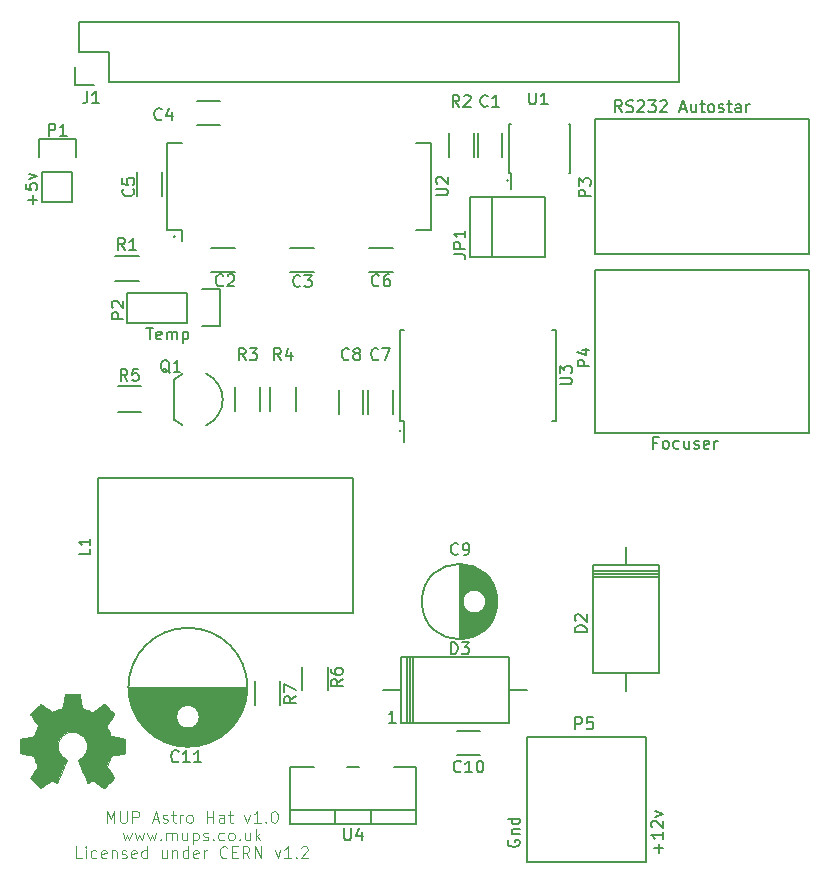
<source format=gto>
G04 #@! TF.FileFunction,Legend,Top*
%FSLAX46Y46*%
G04 Gerber Fmt 4.6, Leading zero omitted, Abs format (unit mm)*
G04 Created by KiCad (PCBNEW 4.0.2+dfsg1-2~bpo8+1-stable) date Mon 31 Oct 2016 00:56:32 GMT*
%MOMM*%
G01*
G04 APERTURE LIST*
%ADD10C,0.100000*%
%ADD11C,0.150000*%
%ADD12C,0.002540*%
G04 APERTURE END LIST*
D10*
D11*
X161580000Y-125342857D02*
X161532381Y-125438095D01*
X161532381Y-125580952D01*
X161580000Y-125723810D01*
X161675238Y-125819048D01*
X161770476Y-125866667D01*
X161960952Y-125914286D01*
X162103810Y-125914286D01*
X162294286Y-125866667D01*
X162389524Y-125819048D01*
X162484762Y-125723810D01*
X162532381Y-125580952D01*
X162532381Y-125485714D01*
X162484762Y-125342857D01*
X162437143Y-125295238D01*
X162103810Y-125295238D01*
X162103810Y-125485714D01*
X161865714Y-124866667D02*
X162532381Y-124866667D01*
X161960952Y-124866667D02*
X161913333Y-124819048D01*
X161865714Y-124723810D01*
X161865714Y-124580952D01*
X161913333Y-124485714D01*
X162008571Y-124438095D01*
X162532381Y-124438095D01*
X162532381Y-123533333D02*
X161532381Y-123533333D01*
X162484762Y-123533333D02*
X162532381Y-123628571D01*
X162532381Y-123819048D01*
X162484762Y-123914286D01*
X162437143Y-123961905D01*
X162341905Y-124009524D01*
X162056190Y-124009524D01*
X161960952Y-123961905D01*
X161913333Y-123914286D01*
X161865714Y-123819048D01*
X161865714Y-123628571D01*
X161913333Y-123533333D01*
X174301429Y-126414286D02*
X174301429Y-125652381D01*
X174682381Y-126033333D02*
X173920476Y-126033333D01*
X174682381Y-124652381D02*
X174682381Y-125223810D01*
X174682381Y-124938096D02*
X173682381Y-124938096D01*
X173825238Y-125033334D01*
X173920476Y-125128572D01*
X173968095Y-125223810D01*
X173777619Y-124271429D02*
X173730000Y-124223810D01*
X173682381Y-124128572D01*
X173682381Y-123890476D01*
X173730000Y-123795238D01*
X173777619Y-123747619D01*
X173872857Y-123700000D01*
X173968095Y-123700000D01*
X174110952Y-123747619D01*
X174682381Y-124319048D01*
X174682381Y-123700000D01*
X174015714Y-123366667D02*
X174682381Y-123128572D01*
X174015714Y-122890476D01*
X130916667Y-81952381D02*
X131488096Y-81952381D01*
X131202381Y-82952381D02*
X131202381Y-81952381D01*
X132202382Y-82904762D02*
X132107144Y-82952381D01*
X131916667Y-82952381D01*
X131821429Y-82904762D01*
X131773810Y-82809524D01*
X131773810Y-82428571D01*
X131821429Y-82333333D01*
X131916667Y-82285714D01*
X132107144Y-82285714D01*
X132202382Y-82333333D01*
X132250001Y-82428571D01*
X132250001Y-82523810D01*
X131773810Y-82619048D01*
X132678572Y-82952381D02*
X132678572Y-82285714D01*
X132678572Y-82380952D02*
X132726191Y-82333333D01*
X132821429Y-82285714D01*
X132964287Y-82285714D01*
X133059525Y-82333333D01*
X133107144Y-82428571D01*
X133107144Y-82952381D01*
X133107144Y-82428571D02*
X133154763Y-82333333D01*
X133250001Y-82285714D01*
X133392858Y-82285714D01*
X133488096Y-82333333D01*
X133535715Y-82428571D01*
X133535715Y-82952381D01*
X134011905Y-82285714D02*
X134011905Y-83285714D01*
X134011905Y-82333333D02*
X134107143Y-82285714D01*
X134297620Y-82285714D01*
X134392858Y-82333333D01*
X134440477Y-82380952D01*
X134488096Y-82476190D01*
X134488096Y-82761905D01*
X134440477Y-82857143D01*
X134392858Y-82904762D01*
X134297620Y-82952381D01*
X134107143Y-82952381D01*
X134011905Y-82904762D01*
X121321429Y-71488095D02*
X121321429Y-70726190D01*
X121702381Y-71107142D02*
X120940476Y-71107142D01*
X120702381Y-69773809D02*
X120702381Y-70250000D01*
X121178571Y-70297619D01*
X121130952Y-70250000D01*
X121083333Y-70154762D01*
X121083333Y-69916666D01*
X121130952Y-69821428D01*
X121178571Y-69773809D01*
X121273810Y-69726190D01*
X121511905Y-69726190D01*
X121607143Y-69773809D01*
X121654762Y-69821428D01*
X121702381Y-69916666D01*
X121702381Y-70154762D01*
X121654762Y-70250000D01*
X121607143Y-70297619D01*
X121035714Y-69392857D02*
X121702381Y-69154762D01*
X121035714Y-68916666D01*
X171202380Y-63702381D02*
X170869046Y-63226190D01*
X170630951Y-63702381D02*
X170630951Y-62702381D01*
X171011904Y-62702381D01*
X171107142Y-62750000D01*
X171154761Y-62797619D01*
X171202380Y-62892857D01*
X171202380Y-63035714D01*
X171154761Y-63130952D01*
X171107142Y-63178571D01*
X171011904Y-63226190D01*
X170630951Y-63226190D01*
X171583332Y-63654762D02*
X171726189Y-63702381D01*
X171964285Y-63702381D01*
X172059523Y-63654762D01*
X172107142Y-63607143D01*
X172154761Y-63511905D01*
X172154761Y-63416667D01*
X172107142Y-63321429D01*
X172059523Y-63273810D01*
X171964285Y-63226190D01*
X171773808Y-63178571D01*
X171678570Y-63130952D01*
X171630951Y-63083333D01*
X171583332Y-62988095D01*
X171583332Y-62892857D01*
X171630951Y-62797619D01*
X171678570Y-62750000D01*
X171773808Y-62702381D01*
X172011904Y-62702381D01*
X172154761Y-62750000D01*
X172535713Y-62797619D02*
X172583332Y-62750000D01*
X172678570Y-62702381D01*
X172916666Y-62702381D01*
X173011904Y-62750000D01*
X173059523Y-62797619D01*
X173107142Y-62892857D01*
X173107142Y-62988095D01*
X173059523Y-63130952D01*
X172488094Y-63702381D01*
X173107142Y-63702381D01*
X173440475Y-62702381D02*
X174059523Y-62702381D01*
X173726189Y-63083333D01*
X173869047Y-63083333D01*
X173964285Y-63130952D01*
X174011904Y-63178571D01*
X174059523Y-63273810D01*
X174059523Y-63511905D01*
X174011904Y-63607143D01*
X173964285Y-63654762D01*
X173869047Y-63702381D01*
X173583332Y-63702381D01*
X173488094Y-63654762D01*
X173440475Y-63607143D01*
X174440475Y-62797619D02*
X174488094Y-62750000D01*
X174583332Y-62702381D01*
X174821428Y-62702381D01*
X174916666Y-62750000D01*
X174964285Y-62797619D01*
X175011904Y-62892857D01*
X175011904Y-62988095D01*
X174964285Y-63130952D01*
X174392856Y-63702381D01*
X175011904Y-63702381D01*
X176154761Y-63416667D02*
X176630952Y-63416667D01*
X176059523Y-63702381D02*
X176392856Y-62702381D01*
X176726190Y-63702381D01*
X177488095Y-63035714D02*
X177488095Y-63702381D01*
X177059523Y-63035714D02*
X177059523Y-63559524D01*
X177107142Y-63654762D01*
X177202380Y-63702381D01*
X177345238Y-63702381D01*
X177440476Y-63654762D01*
X177488095Y-63607143D01*
X177821428Y-63035714D02*
X178202380Y-63035714D01*
X177964285Y-62702381D02*
X177964285Y-63559524D01*
X178011904Y-63654762D01*
X178107142Y-63702381D01*
X178202380Y-63702381D01*
X178678571Y-63702381D02*
X178583333Y-63654762D01*
X178535714Y-63607143D01*
X178488095Y-63511905D01*
X178488095Y-63226190D01*
X178535714Y-63130952D01*
X178583333Y-63083333D01*
X178678571Y-63035714D01*
X178821429Y-63035714D01*
X178916667Y-63083333D01*
X178964286Y-63130952D01*
X179011905Y-63226190D01*
X179011905Y-63511905D01*
X178964286Y-63607143D01*
X178916667Y-63654762D01*
X178821429Y-63702381D01*
X178678571Y-63702381D01*
X179392857Y-63654762D02*
X179488095Y-63702381D01*
X179678571Y-63702381D01*
X179773810Y-63654762D01*
X179821429Y-63559524D01*
X179821429Y-63511905D01*
X179773810Y-63416667D01*
X179678571Y-63369048D01*
X179535714Y-63369048D01*
X179440476Y-63321429D01*
X179392857Y-63226190D01*
X179392857Y-63178571D01*
X179440476Y-63083333D01*
X179535714Y-63035714D01*
X179678571Y-63035714D01*
X179773810Y-63083333D01*
X180107143Y-63035714D02*
X180488095Y-63035714D01*
X180250000Y-62702381D02*
X180250000Y-63559524D01*
X180297619Y-63654762D01*
X180392857Y-63702381D01*
X180488095Y-63702381D01*
X181250001Y-63702381D02*
X181250001Y-63178571D01*
X181202382Y-63083333D01*
X181107144Y-63035714D01*
X180916667Y-63035714D01*
X180821429Y-63083333D01*
X181250001Y-63654762D02*
X181154763Y-63702381D01*
X180916667Y-63702381D01*
X180821429Y-63654762D01*
X180773810Y-63559524D01*
X180773810Y-63464286D01*
X180821429Y-63369048D01*
X180916667Y-63321429D01*
X181154763Y-63321429D01*
X181250001Y-63273810D01*
X181726191Y-63702381D02*
X181726191Y-63035714D01*
X181726191Y-63226190D02*
X181773810Y-63130952D01*
X181821429Y-63083333D01*
X181916667Y-63035714D01*
X182011906Y-63035714D01*
X174166667Y-91678571D02*
X173833333Y-91678571D01*
X173833333Y-92202381D02*
X173833333Y-91202381D01*
X174309524Y-91202381D01*
X174833333Y-92202381D02*
X174738095Y-92154762D01*
X174690476Y-92107143D01*
X174642857Y-92011905D01*
X174642857Y-91726190D01*
X174690476Y-91630952D01*
X174738095Y-91583333D01*
X174833333Y-91535714D01*
X174976191Y-91535714D01*
X175071429Y-91583333D01*
X175119048Y-91630952D01*
X175166667Y-91726190D01*
X175166667Y-92011905D01*
X175119048Y-92107143D01*
X175071429Y-92154762D01*
X174976191Y-92202381D01*
X174833333Y-92202381D01*
X176023810Y-92154762D02*
X175928572Y-92202381D01*
X175738095Y-92202381D01*
X175642857Y-92154762D01*
X175595238Y-92107143D01*
X175547619Y-92011905D01*
X175547619Y-91726190D01*
X175595238Y-91630952D01*
X175642857Y-91583333D01*
X175738095Y-91535714D01*
X175928572Y-91535714D01*
X176023810Y-91583333D01*
X176880953Y-91535714D02*
X176880953Y-92202381D01*
X176452381Y-91535714D02*
X176452381Y-92059524D01*
X176500000Y-92154762D01*
X176595238Y-92202381D01*
X176738096Y-92202381D01*
X176833334Y-92154762D01*
X176880953Y-92107143D01*
X177309524Y-92154762D02*
X177404762Y-92202381D01*
X177595238Y-92202381D01*
X177690477Y-92154762D01*
X177738096Y-92059524D01*
X177738096Y-92011905D01*
X177690477Y-91916667D01*
X177595238Y-91869048D01*
X177452381Y-91869048D01*
X177357143Y-91821429D01*
X177309524Y-91726190D01*
X177309524Y-91678571D01*
X177357143Y-91583333D01*
X177452381Y-91535714D01*
X177595238Y-91535714D01*
X177690477Y-91583333D01*
X178547620Y-92154762D02*
X178452382Y-92202381D01*
X178261905Y-92202381D01*
X178166667Y-92154762D01*
X178119048Y-92059524D01*
X178119048Y-91678571D01*
X178166667Y-91583333D01*
X178261905Y-91535714D01*
X178452382Y-91535714D01*
X178547620Y-91583333D01*
X178595239Y-91678571D01*
X178595239Y-91773810D01*
X178119048Y-91869048D01*
X179023810Y-92202381D02*
X179023810Y-91535714D01*
X179023810Y-91726190D02*
X179071429Y-91630952D01*
X179119048Y-91583333D01*
X179214286Y-91535714D01*
X179309525Y-91535714D01*
D10*
X127565713Y-123872381D02*
X127565713Y-122872381D01*
X127899047Y-123586667D01*
X128232380Y-122872381D01*
X128232380Y-123872381D01*
X128708570Y-122872381D02*
X128708570Y-123681905D01*
X128756189Y-123777143D01*
X128803808Y-123824762D01*
X128899046Y-123872381D01*
X129089523Y-123872381D01*
X129184761Y-123824762D01*
X129232380Y-123777143D01*
X129279999Y-123681905D01*
X129279999Y-122872381D01*
X129756189Y-123872381D02*
X129756189Y-122872381D01*
X130137142Y-122872381D01*
X130232380Y-122920000D01*
X130279999Y-122967619D01*
X130327618Y-123062857D01*
X130327618Y-123205714D01*
X130279999Y-123300952D01*
X130232380Y-123348571D01*
X130137142Y-123396190D01*
X129756189Y-123396190D01*
X131470475Y-123586667D02*
X131946666Y-123586667D01*
X131375237Y-123872381D02*
X131708570Y-122872381D01*
X132041904Y-123872381D01*
X132327618Y-123824762D02*
X132422856Y-123872381D01*
X132613332Y-123872381D01*
X132708571Y-123824762D01*
X132756190Y-123729524D01*
X132756190Y-123681905D01*
X132708571Y-123586667D01*
X132613332Y-123539048D01*
X132470475Y-123539048D01*
X132375237Y-123491429D01*
X132327618Y-123396190D01*
X132327618Y-123348571D01*
X132375237Y-123253333D01*
X132470475Y-123205714D01*
X132613332Y-123205714D01*
X132708571Y-123253333D01*
X133041904Y-123205714D02*
X133422856Y-123205714D01*
X133184761Y-122872381D02*
X133184761Y-123729524D01*
X133232380Y-123824762D01*
X133327618Y-123872381D01*
X133422856Y-123872381D01*
X133756190Y-123872381D02*
X133756190Y-123205714D01*
X133756190Y-123396190D02*
X133803809Y-123300952D01*
X133851428Y-123253333D01*
X133946666Y-123205714D01*
X134041905Y-123205714D01*
X134518095Y-123872381D02*
X134422857Y-123824762D01*
X134375238Y-123777143D01*
X134327619Y-123681905D01*
X134327619Y-123396190D01*
X134375238Y-123300952D01*
X134422857Y-123253333D01*
X134518095Y-123205714D01*
X134660953Y-123205714D01*
X134756191Y-123253333D01*
X134803810Y-123300952D01*
X134851429Y-123396190D01*
X134851429Y-123681905D01*
X134803810Y-123777143D01*
X134756191Y-123824762D01*
X134660953Y-123872381D01*
X134518095Y-123872381D01*
X136041905Y-123872381D02*
X136041905Y-122872381D01*
X136041905Y-123348571D02*
X136613334Y-123348571D01*
X136613334Y-123872381D02*
X136613334Y-122872381D01*
X137518096Y-123872381D02*
X137518096Y-123348571D01*
X137470477Y-123253333D01*
X137375239Y-123205714D01*
X137184762Y-123205714D01*
X137089524Y-123253333D01*
X137518096Y-123824762D02*
X137422858Y-123872381D01*
X137184762Y-123872381D01*
X137089524Y-123824762D01*
X137041905Y-123729524D01*
X137041905Y-123634286D01*
X137089524Y-123539048D01*
X137184762Y-123491429D01*
X137422858Y-123491429D01*
X137518096Y-123443810D01*
X137851429Y-123205714D02*
X138232381Y-123205714D01*
X137994286Y-122872381D02*
X137994286Y-123729524D01*
X138041905Y-123824762D01*
X138137143Y-123872381D01*
X138232381Y-123872381D01*
X139232382Y-123205714D02*
X139470477Y-123872381D01*
X139708573Y-123205714D01*
X140613335Y-123872381D02*
X140041906Y-123872381D01*
X140327620Y-123872381D02*
X140327620Y-122872381D01*
X140232382Y-123015238D01*
X140137144Y-123110476D01*
X140041906Y-123158095D01*
X141041906Y-123777143D02*
X141089525Y-123824762D01*
X141041906Y-123872381D01*
X140994287Y-123824762D01*
X141041906Y-123777143D01*
X141041906Y-123872381D01*
X141708572Y-122872381D02*
X141803811Y-122872381D01*
X141899049Y-122920000D01*
X141946668Y-122967619D01*
X141994287Y-123062857D01*
X142041906Y-123253333D01*
X142041906Y-123491429D01*
X141994287Y-123681905D01*
X141946668Y-123777143D01*
X141899049Y-123824762D01*
X141803811Y-123872381D01*
X141708572Y-123872381D01*
X141613334Y-123824762D01*
X141565715Y-123777143D01*
X141518096Y-123681905D01*
X141470477Y-123491429D01*
X141470477Y-123253333D01*
X141518096Y-123062857D01*
X141565715Y-122967619D01*
X141613334Y-122920000D01*
X141708572Y-122872381D01*
X128922858Y-124705714D02*
X129113334Y-125372381D01*
X129303811Y-124896190D01*
X129494287Y-125372381D01*
X129684763Y-124705714D01*
X129970477Y-124705714D02*
X130160953Y-125372381D01*
X130351430Y-124896190D01*
X130541906Y-125372381D01*
X130732382Y-124705714D01*
X131018096Y-124705714D02*
X131208572Y-125372381D01*
X131399049Y-124896190D01*
X131589525Y-125372381D01*
X131780001Y-124705714D01*
X132160953Y-125277143D02*
X132208572Y-125324762D01*
X132160953Y-125372381D01*
X132113334Y-125324762D01*
X132160953Y-125277143D01*
X132160953Y-125372381D01*
X132637143Y-125372381D02*
X132637143Y-124705714D01*
X132637143Y-124800952D02*
X132684762Y-124753333D01*
X132780000Y-124705714D01*
X132922858Y-124705714D01*
X133018096Y-124753333D01*
X133065715Y-124848571D01*
X133065715Y-125372381D01*
X133065715Y-124848571D02*
X133113334Y-124753333D01*
X133208572Y-124705714D01*
X133351429Y-124705714D01*
X133446667Y-124753333D01*
X133494286Y-124848571D01*
X133494286Y-125372381D01*
X134399048Y-124705714D02*
X134399048Y-125372381D01*
X133970476Y-124705714D02*
X133970476Y-125229524D01*
X134018095Y-125324762D01*
X134113333Y-125372381D01*
X134256191Y-125372381D01*
X134351429Y-125324762D01*
X134399048Y-125277143D01*
X134875238Y-124705714D02*
X134875238Y-125705714D01*
X134875238Y-124753333D02*
X134970476Y-124705714D01*
X135160953Y-124705714D01*
X135256191Y-124753333D01*
X135303810Y-124800952D01*
X135351429Y-124896190D01*
X135351429Y-125181905D01*
X135303810Y-125277143D01*
X135256191Y-125324762D01*
X135160953Y-125372381D01*
X134970476Y-125372381D01*
X134875238Y-125324762D01*
X135732381Y-125324762D02*
X135827619Y-125372381D01*
X136018095Y-125372381D01*
X136113334Y-125324762D01*
X136160953Y-125229524D01*
X136160953Y-125181905D01*
X136113334Y-125086667D01*
X136018095Y-125039048D01*
X135875238Y-125039048D01*
X135780000Y-124991429D01*
X135732381Y-124896190D01*
X135732381Y-124848571D01*
X135780000Y-124753333D01*
X135875238Y-124705714D01*
X136018095Y-124705714D01*
X136113334Y-124753333D01*
X136589524Y-125277143D02*
X136637143Y-125324762D01*
X136589524Y-125372381D01*
X136541905Y-125324762D01*
X136589524Y-125277143D01*
X136589524Y-125372381D01*
X137494286Y-125324762D02*
X137399048Y-125372381D01*
X137208571Y-125372381D01*
X137113333Y-125324762D01*
X137065714Y-125277143D01*
X137018095Y-125181905D01*
X137018095Y-124896190D01*
X137065714Y-124800952D01*
X137113333Y-124753333D01*
X137208571Y-124705714D01*
X137399048Y-124705714D01*
X137494286Y-124753333D01*
X138065714Y-125372381D02*
X137970476Y-125324762D01*
X137922857Y-125277143D01*
X137875238Y-125181905D01*
X137875238Y-124896190D01*
X137922857Y-124800952D01*
X137970476Y-124753333D01*
X138065714Y-124705714D01*
X138208572Y-124705714D01*
X138303810Y-124753333D01*
X138351429Y-124800952D01*
X138399048Y-124896190D01*
X138399048Y-125181905D01*
X138351429Y-125277143D01*
X138303810Y-125324762D01*
X138208572Y-125372381D01*
X138065714Y-125372381D01*
X138827619Y-125277143D02*
X138875238Y-125324762D01*
X138827619Y-125372381D01*
X138780000Y-125324762D01*
X138827619Y-125277143D01*
X138827619Y-125372381D01*
X139732381Y-124705714D02*
X139732381Y-125372381D01*
X139303809Y-124705714D02*
X139303809Y-125229524D01*
X139351428Y-125324762D01*
X139446666Y-125372381D01*
X139589524Y-125372381D01*
X139684762Y-125324762D01*
X139732381Y-125277143D01*
X140208571Y-125372381D02*
X140208571Y-124372381D01*
X140303809Y-124991429D02*
X140589524Y-125372381D01*
X140589524Y-124705714D02*
X140208571Y-125086667D01*
X125470476Y-126872381D02*
X124994285Y-126872381D01*
X124994285Y-125872381D01*
X125803809Y-126872381D02*
X125803809Y-126205714D01*
X125803809Y-125872381D02*
X125756190Y-125920000D01*
X125803809Y-125967619D01*
X125851428Y-125920000D01*
X125803809Y-125872381D01*
X125803809Y-125967619D01*
X126708571Y-126824762D02*
X126613333Y-126872381D01*
X126422856Y-126872381D01*
X126327618Y-126824762D01*
X126279999Y-126777143D01*
X126232380Y-126681905D01*
X126232380Y-126396190D01*
X126279999Y-126300952D01*
X126327618Y-126253333D01*
X126422856Y-126205714D01*
X126613333Y-126205714D01*
X126708571Y-126253333D01*
X127518095Y-126824762D02*
X127422857Y-126872381D01*
X127232380Y-126872381D01*
X127137142Y-126824762D01*
X127089523Y-126729524D01*
X127089523Y-126348571D01*
X127137142Y-126253333D01*
X127232380Y-126205714D01*
X127422857Y-126205714D01*
X127518095Y-126253333D01*
X127565714Y-126348571D01*
X127565714Y-126443810D01*
X127089523Y-126539048D01*
X127994285Y-126205714D02*
X127994285Y-126872381D01*
X127994285Y-126300952D02*
X128041904Y-126253333D01*
X128137142Y-126205714D01*
X128280000Y-126205714D01*
X128375238Y-126253333D01*
X128422857Y-126348571D01*
X128422857Y-126872381D01*
X128851428Y-126824762D02*
X128946666Y-126872381D01*
X129137142Y-126872381D01*
X129232381Y-126824762D01*
X129280000Y-126729524D01*
X129280000Y-126681905D01*
X129232381Y-126586667D01*
X129137142Y-126539048D01*
X128994285Y-126539048D01*
X128899047Y-126491429D01*
X128851428Y-126396190D01*
X128851428Y-126348571D01*
X128899047Y-126253333D01*
X128994285Y-126205714D01*
X129137142Y-126205714D01*
X129232381Y-126253333D01*
X130089524Y-126824762D02*
X129994286Y-126872381D01*
X129803809Y-126872381D01*
X129708571Y-126824762D01*
X129660952Y-126729524D01*
X129660952Y-126348571D01*
X129708571Y-126253333D01*
X129803809Y-126205714D01*
X129994286Y-126205714D01*
X130089524Y-126253333D01*
X130137143Y-126348571D01*
X130137143Y-126443810D01*
X129660952Y-126539048D01*
X130994286Y-126872381D02*
X130994286Y-125872381D01*
X130994286Y-126824762D02*
X130899048Y-126872381D01*
X130708571Y-126872381D01*
X130613333Y-126824762D01*
X130565714Y-126777143D01*
X130518095Y-126681905D01*
X130518095Y-126396190D01*
X130565714Y-126300952D01*
X130613333Y-126253333D01*
X130708571Y-126205714D01*
X130899048Y-126205714D01*
X130994286Y-126253333D01*
X132660953Y-126205714D02*
X132660953Y-126872381D01*
X132232381Y-126205714D02*
X132232381Y-126729524D01*
X132280000Y-126824762D01*
X132375238Y-126872381D01*
X132518096Y-126872381D01*
X132613334Y-126824762D01*
X132660953Y-126777143D01*
X133137143Y-126205714D02*
X133137143Y-126872381D01*
X133137143Y-126300952D02*
X133184762Y-126253333D01*
X133280000Y-126205714D01*
X133422858Y-126205714D01*
X133518096Y-126253333D01*
X133565715Y-126348571D01*
X133565715Y-126872381D01*
X134470477Y-126872381D02*
X134470477Y-125872381D01*
X134470477Y-126824762D02*
X134375239Y-126872381D01*
X134184762Y-126872381D01*
X134089524Y-126824762D01*
X134041905Y-126777143D01*
X133994286Y-126681905D01*
X133994286Y-126396190D01*
X134041905Y-126300952D01*
X134089524Y-126253333D01*
X134184762Y-126205714D01*
X134375239Y-126205714D01*
X134470477Y-126253333D01*
X135327620Y-126824762D02*
X135232382Y-126872381D01*
X135041905Y-126872381D01*
X134946667Y-126824762D01*
X134899048Y-126729524D01*
X134899048Y-126348571D01*
X134946667Y-126253333D01*
X135041905Y-126205714D01*
X135232382Y-126205714D01*
X135327620Y-126253333D01*
X135375239Y-126348571D01*
X135375239Y-126443810D01*
X134899048Y-126539048D01*
X135803810Y-126872381D02*
X135803810Y-126205714D01*
X135803810Y-126396190D02*
X135851429Y-126300952D01*
X135899048Y-126253333D01*
X135994286Y-126205714D01*
X136089525Y-126205714D01*
X137756192Y-126777143D02*
X137708573Y-126824762D01*
X137565716Y-126872381D01*
X137470478Y-126872381D01*
X137327620Y-126824762D01*
X137232382Y-126729524D01*
X137184763Y-126634286D01*
X137137144Y-126443810D01*
X137137144Y-126300952D01*
X137184763Y-126110476D01*
X137232382Y-126015238D01*
X137327620Y-125920000D01*
X137470478Y-125872381D01*
X137565716Y-125872381D01*
X137708573Y-125920000D01*
X137756192Y-125967619D01*
X138184763Y-126348571D02*
X138518097Y-126348571D01*
X138660954Y-126872381D02*
X138184763Y-126872381D01*
X138184763Y-125872381D01*
X138660954Y-125872381D01*
X139660954Y-126872381D02*
X139327620Y-126396190D01*
X139089525Y-126872381D02*
X139089525Y-125872381D01*
X139470478Y-125872381D01*
X139565716Y-125920000D01*
X139613335Y-125967619D01*
X139660954Y-126062857D01*
X139660954Y-126205714D01*
X139613335Y-126300952D01*
X139565716Y-126348571D01*
X139470478Y-126396190D01*
X139089525Y-126396190D01*
X140089525Y-126872381D02*
X140089525Y-125872381D01*
X140660954Y-126872381D01*
X140660954Y-125872381D01*
X141803811Y-126205714D02*
X142041906Y-126872381D01*
X142280002Y-126205714D01*
X143184764Y-126872381D02*
X142613335Y-126872381D01*
X142899049Y-126872381D02*
X142899049Y-125872381D01*
X142803811Y-126015238D01*
X142708573Y-126110476D01*
X142613335Y-126158095D01*
X143613335Y-126777143D02*
X143660954Y-126824762D01*
X143613335Y-126872381D01*
X143565716Y-126824762D01*
X143613335Y-126777143D01*
X143613335Y-126872381D01*
X144041906Y-125967619D02*
X144089525Y-125920000D01*
X144184763Y-125872381D01*
X144422859Y-125872381D01*
X144518097Y-125920000D01*
X144565716Y-125967619D01*
X144613335Y-126062857D01*
X144613335Y-126158095D01*
X144565716Y-126300952D01*
X143994287Y-126872381D01*
X144613335Y-126872381D01*
D11*
X152464928Y-90700000D02*
G75*
G03X152464928Y-90700000I-64928J0D01*
G01*
X161564928Y-69500000D02*
G75*
G03X161564928Y-69500000I-64928J0D01*
G01*
X133373507Y-74250000D02*
G75*
G03X133373507Y-74250000I-64928J0D01*
G01*
D12*
G36*
X121965060Y-120922880D02*
X122013320Y-120897480D01*
X122117460Y-120831440D01*
X122264780Y-120734920D01*
X122440040Y-120618080D01*
X122615300Y-120498700D01*
X122760080Y-120402180D01*
X122861680Y-120336140D01*
X122904860Y-120313280D01*
X122927720Y-120320900D01*
X123011540Y-120361540D01*
X123133460Y-120425040D01*
X123202040Y-120460600D01*
X123313800Y-120508860D01*
X123369680Y-120519020D01*
X123379840Y-120503780D01*
X123420480Y-120419960D01*
X123483980Y-120272640D01*
X123567800Y-120079600D01*
X123664320Y-119856080D01*
X123765920Y-119612240D01*
X123870060Y-119363320D01*
X123969120Y-119127100D01*
X124055480Y-118913740D01*
X124124060Y-118741020D01*
X124172320Y-118621640D01*
X124187560Y-118568300D01*
X124182480Y-118558140D01*
X124126600Y-118504800D01*
X124030080Y-118431140D01*
X123819260Y-118260960D01*
X123610980Y-118001880D01*
X123486520Y-117707240D01*
X123443340Y-117379580D01*
X123478900Y-117077320D01*
X123598280Y-116785220D01*
X123801480Y-116523600D01*
X124047860Y-116328020D01*
X124337420Y-116206100D01*
X124660000Y-116165460D01*
X124969880Y-116201020D01*
X125267060Y-116317860D01*
X125528680Y-116515980D01*
X125640440Y-116645520D01*
X125792840Y-116909680D01*
X125879200Y-117194160D01*
X125889360Y-117267820D01*
X125876660Y-117577700D01*
X125782680Y-117877420D01*
X125617580Y-118146660D01*
X125388980Y-118365100D01*
X125361040Y-118385420D01*
X125254360Y-118464160D01*
X125183240Y-118520040D01*
X125127360Y-118565760D01*
X125526140Y-119520800D01*
X125589640Y-119673200D01*
X125698860Y-119934820D01*
X125795380Y-120160880D01*
X125871580Y-120341220D01*
X125924920Y-120460600D01*
X125947780Y-120508860D01*
X125950320Y-120511400D01*
X125985880Y-120516480D01*
X126059540Y-120491080D01*
X126191620Y-120425040D01*
X126280520Y-120379320D01*
X126382120Y-120331060D01*
X126427840Y-120313280D01*
X126465940Y-120333600D01*
X126562460Y-120397100D01*
X126704700Y-120493620D01*
X126877420Y-120607920D01*
X127039980Y-120719680D01*
X127189840Y-120818740D01*
X127299060Y-120889860D01*
X127352400Y-120917800D01*
X127360020Y-120917800D01*
X127408280Y-120889860D01*
X127492100Y-120818740D01*
X127624180Y-120696820D01*
X127809600Y-120513940D01*
X127835000Y-120486000D01*
X127987400Y-120331060D01*
X128111860Y-120201520D01*
X128193140Y-120110080D01*
X128223620Y-120069440D01*
X128223620Y-120066900D01*
X128195680Y-120016100D01*
X128127100Y-119906880D01*
X128028040Y-119754480D01*
X127906120Y-119576680D01*
X127588620Y-119116940D01*
X127763880Y-118682600D01*
X127817220Y-118550520D01*
X127885800Y-118387960D01*
X127936600Y-118273660D01*
X127962000Y-118222860D01*
X128007720Y-118205080D01*
X128127100Y-118177140D01*
X128299820Y-118141580D01*
X128505560Y-118103480D01*
X128701140Y-118067920D01*
X128878940Y-118034900D01*
X129005940Y-118009500D01*
X129064360Y-117996800D01*
X129077060Y-117989180D01*
X129089760Y-117961240D01*
X129097380Y-117900280D01*
X129102460Y-117793600D01*
X129102460Y-117623420D01*
X129102460Y-117379580D01*
X129102460Y-117354180D01*
X129102460Y-117117960D01*
X129097380Y-116932540D01*
X129089760Y-116810620D01*
X129082140Y-116762360D01*
X129082140Y-116762360D01*
X129026260Y-116749660D01*
X128901800Y-116721720D01*
X128724000Y-116688700D01*
X128513180Y-116648060D01*
X128500480Y-116645520D01*
X128289660Y-116604880D01*
X128114400Y-116569320D01*
X127992480Y-116538840D01*
X127939140Y-116523600D01*
X127928980Y-116508360D01*
X127885800Y-116427080D01*
X127824840Y-116297540D01*
X127756260Y-116137520D01*
X127687680Y-115972420D01*
X127626720Y-115822560D01*
X127588620Y-115713340D01*
X127575920Y-115662540D01*
X127575920Y-115662540D01*
X127608940Y-115611740D01*
X127680060Y-115502520D01*
X127781660Y-115350120D01*
X127906120Y-115172320D01*
X127913740Y-115159620D01*
X128035660Y-114979280D01*
X128132180Y-114831960D01*
X128198220Y-114722740D01*
X128223620Y-114674480D01*
X128223620Y-114671940D01*
X128182980Y-114618600D01*
X128091540Y-114517000D01*
X127962000Y-114382380D01*
X127807060Y-114224900D01*
X127758800Y-114176640D01*
X127586080Y-114009000D01*
X127464160Y-113897240D01*
X127390500Y-113838820D01*
X127354940Y-113826120D01*
X127352400Y-113826120D01*
X127299060Y-113859140D01*
X127187300Y-113932800D01*
X127034900Y-114034400D01*
X126854560Y-114158860D01*
X126841860Y-114166480D01*
X126664060Y-114288400D01*
X126516740Y-114387460D01*
X126410060Y-114456040D01*
X126364340Y-114483980D01*
X126356720Y-114483980D01*
X126285600Y-114463660D01*
X126158600Y-114420480D01*
X126003660Y-114359520D01*
X125838560Y-114293480D01*
X125688700Y-114229980D01*
X125576940Y-114179180D01*
X125523600Y-114148700D01*
X125523600Y-114146160D01*
X125503280Y-114082660D01*
X125472800Y-113950580D01*
X125434700Y-113767700D01*
X125394060Y-113549260D01*
X125388980Y-113513700D01*
X125348340Y-113302880D01*
X125312780Y-113127620D01*
X125289920Y-113005700D01*
X125277220Y-112957440D01*
X125246740Y-112949820D01*
X125142600Y-112942200D01*
X124985120Y-112937120D01*
X124794620Y-112937120D01*
X124593960Y-112937120D01*
X124395840Y-112942200D01*
X124228200Y-112947280D01*
X124108820Y-112954900D01*
X124058020Y-112965060D01*
X124058020Y-112967600D01*
X124037700Y-113033640D01*
X124009760Y-113168260D01*
X123971660Y-113351140D01*
X123931020Y-113569580D01*
X123923400Y-113607680D01*
X123882760Y-113818500D01*
X123847200Y-113993760D01*
X123821800Y-114113140D01*
X123809100Y-114158860D01*
X123788780Y-114169020D01*
X123702420Y-114207120D01*
X123560180Y-114265540D01*
X123384920Y-114336660D01*
X122978520Y-114501760D01*
X122480680Y-114158860D01*
X122432420Y-114128380D01*
X122254620Y-114006460D01*
X122107300Y-113907400D01*
X122003160Y-113841360D01*
X121962520Y-113818500D01*
X121957440Y-113818500D01*
X121909180Y-113861680D01*
X121810120Y-113955660D01*
X121675500Y-114087740D01*
X121518020Y-114242680D01*
X121401180Y-114359520D01*
X121264020Y-114499220D01*
X121177660Y-114593200D01*
X121129400Y-114654160D01*
X121111620Y-114689720D01*
X121116700Y-114715120D01*
X121149720Y-114765920D01*
X121220840Y-114875140D01*
X121324980Y-115027540D01*
X121446900Y-115202800D01*
X121545960Y-115350120D01*
X121655180Y-115517760D01*
X121723760Y-115637140D01*
X121749160Y-115695560D01*
X121744080Y-115720960D01*
X121708520Y-115817480D01*
X121650100Y-115964800D01*
X121573900Y-116142600D01*
X121401180Y-116536300D01*
X121142100Y-116587100D01*
X120984620Y-116617580D01*
X120766180Y-116658220D01*
X120555360Y-116698860D01*
X120227700Y-116762360D01*
X120215000Y-117966320D01*
X120265800Y-117989180D01*
X120314060Y-118001880D01*
X120435980Y-118029820D01*
X120608700Y-118062840D01*
X120814440Y-118100940D01*
X120989700Y-118133960D01*
X121164960Y-118166980D01*
X121289420Y-118192380D01*
X121345300Y-118205080D01*
X121360540Y-118222860D01*
X121403720Y-118309220D01*
X121467220Y-118443840D01*
X121535800Y-118606400D01*
X121606920Y-118774040D01*
X121667880Y-118928980D01*
X121711060Y-119048360D01*
X121728840Y-119109320D01*
X121703440Y-119155040D01*
X121637400Y-119259180D01*
X121540880Y-119406500D01*
X121421500Y-119581760D01*
X121302120Y-119754480D01*
X121200520Y-119904340D01*
X121131940Y-120011020D01*
X121101460Y-120061820D01*
X121116700Y-120094840D01*
X121187820Y-120178660D01*
X121317360Y-120315820D01*
X121512940Y-120508860D01*
X121545960Y-120539340D01*
X121700900Y-120689200D01*
X121832980Y-120811120D01*
X121924420Y-120892400D01*
X121965060Y-120922880D01*
X121965060Y-120922880D01*
G37*
X121965060Y-120922880D02*
X122013320Y-120897480D01*
X122117460Y-120831440D01*
X122264780Y-120734920D01*
X122440040Y-120618080D01*
X122615300Y-120498700D01*
X122760080Y-120402180D01*
X122861680Y-120336140D01*
X122904860Y-120313280D01*
X122927720Y-120320900D01*
X123011540Y-120361540D01*
X123133460Y-120425040D01*
X123202040Y-120460600D01*
X123313800Y-120508860D01*
X123369680Y-120519020D01*
X123379840Y-120503780D01*
X123420480Y-120419960D01*
X123483980Y-120272640D01*
X123567800Y-120079600D01*
X123664320Y-119856080D01*
X123765920Y-119612240D01*
X123870060Y-119363320D01*
X123969120Y-119127100D01*
X124055480Y-118913740D01*
X124124060Y-118741020D01*
X124172320Y-118621640D01*
X124187560Y-118568300D01*
X124182480Y-118558140D01*
X124126600Y-118504800D01*
X124030080Y-118431140D01*
X123819260Y-118260960D01*
X123610980Y-118001880D01*
X123486520Y-117707240D01*
X123443340Y-117379580D01*
X123478900Y-117077320D01*
X123598280Y-116785220D01*
X123801480Y-116523600D01*
X124047860Y-116328020D01*
X124337420Y-116206100D01*
X124660000Y-116165460D01*
X124969880Y-116201020D01*
X125267060Y-116317860D01*
X125528680Y-116515980D01*
X125640440Y-116645520D01*
X125792840Y-116909680D01*
X125879200Y-117194160D01*
X125889360Y-117267820D01*
X125876660Y-117577700D01*
X125782680Y-117877420D01*
X125617580Y-118146660D01*
X125388980Y-118365100D01*
X125361040Y-118385420D01*
X125254360Y-118464160D01*
X125183240Y-118520040D01*
X125127360Y-118565760D01*
X125526140Y-119520800D01*
X125589640Y-119673200D01*
X125698860Y-119934820D01*
X125795380Y-120160880D01*
X125871580Y-120341220D01*
X125924920Y-120460600D01*
X125947780Y-120508860D01*
X125950320Y-120511400D01*
X125985880Y-120516480D01*
X126059540Y-120491080D01*
X126191620Y-120425040D01*
X126280520Y-120379320D01*
X126382120Y-120331060D01*
X126427840Y-120313280D01*
X126465940Y-120333600D01*
X126562460Y-120397100D01*
X126704700Y-120493620D01*
X126877420Y-120607920D01*
X127039980Y-120719680D01*
X127189840Y-120818740D01*
X127299060Y-120889860D01*
X127352400Y-120917800D01*
X127360020Y-120917800D01*
X127408280Y-120889860D01*
X127492100Y-120818740D01*
X127624180Y-120696820D01*
X127809600Y-120513940D01*
X127835000Y-120486000D01*
X127987400Y-120331060D01*
X128111860Y-120201520D01*
X128193140Y-120110080D01*
X128223620Y-120069440D01*
X128223620Y-120066900D01*
X128195680Y-120016100D01*
X128127100Y-119906880D01*
X128028040Y-119754480D01*
X127906120Y-119576680D01*
X127588620Y-119116940D01*
X127763880Y-118682600D01*
X127817220Y-118550520D01*
X127885800Y-118387960D01*
X127936600Y-118273660D01*
X127962000Y-118222860D01*
X128007720Y-118205080D01*
X128127100Y-118177140D01*
X128299820Y-118141580D01*
X128505560Y-118103480D01*
X128701140Y-118067920D01*
X128878940Y-118034900D01*
X129005940Y-118009500D01*
X129064360Y-117996800D01*
X129077060Y-117989180D01*
X129089760Y-117961240D01*
X129097380Y-117900280D01*
X129102460Y-117793600D01*
X129102460Y-117623420D01*
X129102460Y-117379580D01*
X129102460Y-117354180D01*
X129102460Y-117117960D01*
X129097380Y-116932540D01*
X129089760Y-116810620D01*
X129082140Y-116762360D01*
X129082140Y-116762360D01*
X129026260Y-116749660D01*
X128901800Y-116721720D01*
X128724000Y-116688700D01*
X128513180Y-116648060D01*
X128500480Y-116645520D01*
X128289660Y-116604880D01*
X128114400Y-116569320D01*
X127992480Y-116538840D01*
X127939140Y-116523600D01*
X127928980Y-116508360D01*
X127885800Y-116427080D01*
X127824840Y-116297540D01*
X127756260Y-116137520D01*
X127687680Y-115972420D01*
X127626720Y-115822560D01*
X127588620Y-115713340D01*
X127575920Y-115662540D01*
X127575920Y-115662540D01*
X127608940Y-115611740D01*
X127680060Y-115502520D01*
X127781660Y-115350120D01*
X127906120Y-115172320D01*
X127913740Y-115159620D01*
X128035660Y-114979280D01*
X128132180Y-114831960D01*
X128198220Y-114722740D01*
X128223620Y-114674480D01*
X128223620Y-114671940D01*
X128182980Y-114618600D01*
X128091540Y-114517000D01*
X127962000Y-114382380D01*
X127807060Y-114224900D01*
X127758800Y-114176640D01*
X127586080Y-114009000D01*
X127464160Y-113897240D01*
X127390500Y-113838820D01*
X127354940Y-113826120D01*
X127352400Y-113826120D01*
X127299060Y-113859140D01*
X127187300Y-113932800D01*
X127034900Y-114034400D01*
X126854560Y-114158860D01*
X126841860Y-114166480D01*
X126664060Y-114288400D01*
X126516740Y-114387460D01*
X126410060Y-114456040D01*
X126364340Y-114483980D01*
X126356720Y-114483980D01*
X126285600Y-114463660D01*
X126158600Y-114420480D01*
X126003660Y-114359520D01*
X125838560Y-114293480D01*
X125688700Y-114229980D01*
X125576940Y-114179180D01*
X125523600Y-114148700D01*
X125523600Y-114146160D01*
X125503280Y-114082660D01*
X125472800Y-113950580D01*
X125434700Y-113767700D01*
X125394060Y-113549260D01*
X125388980Y-113513700D01*
X125348340Y-113302880D01*
X125312780Y-113127620D01*
X125289920Y-113005700D01*
X125277220Y-112957440D01*
X125246740Y-112949820D01*
X125142600Y-112942200D01*
X124985120Y-112937120D01*
X124794620Y-112937120D01*
X124593960Y-112937120D01*
X124395840Y-112942200D01*
X124228200Y-112947280D01*
X124108820Y-112954900D01*
X124058020Y-112965060D01*
X124058020Y-112967600D01*
X124037700Y-113033640D01*
X124009760Y-113168260D01*
X123971660Y-113351140D01*
X123931020Y-113569580D01*
X123923400Y-113607680D01*
X123882760Y-113818500D01*
X123847200Y-113993760D01*
X123821800Y-114113140D01*
X123809100Y-114158860D01*
X123788780Y-114169020D01*
X123702420Y-114207120D01*
X123560180Y-114265540D01*
X123384920Y-114336660D01*
X122978520Y-114501760D01*
X122480680Y-114158860D01*
X122432420Y-114128380D01*
X122254620Y-114006460D01*
X122107300Y-113907400D01*
X122003160Y-113841360D01*
X121962520Y-113818500D01*
X121957440Y-113818500D01*
X121909180Y-113861680D01*
X121810120Y-113955660D01*
X121675500Y-114087740D01*
X121518020Y-114242680D01*
X121401180Y-114359520D01*
X121264020Y-114499220D01*
X121177660Y-114593200D01*
X121129400Y-114654160D01*
X121111620Y-114689720D01*
X121116700Y-114715120D01*
X121149720Y-114765920D01*
X121220840Y-114875140D01*
X121324980Y-115027540D01*
X121446900Y-115202800D01*
X121545960Y-115350120D01*
X121655180Y-115517760D01*
X121723760Y-115637140D01*
X121749160Y-115695560D01*
X121744080Y-115720960D01*
X121708520Y-115817480D01*
X121650100Y-115964800D01*
X121573900Y-116142600D01*
X121401180Y-116536300D01*
X121142100Y-116587100D01*
X120984620Y-116617580D01*
X120766180Y-116658220D01*
X120555360Y-116698860D01*
X120227700Y-116762360D01*
X120215000Y-117966320D01*
X120265800Y-117989180D01*
X120314060Y-118001880D01*
X120435980Y-118029820D01*
X120608700Y-118062840D01*
X120814440Y-118100940D01*
X120989700Y-118133960D01*
X121164960Y-118166980D01*
X121289420Y-118192380D01*
X121345300Y-118205080D01*
X121360540Y-118222860D01*
X121403720Y-118309220D01*
X121467220Y-118443840D01*
X121535800Y-118606400D01*
X121606920Y-118774040D01*
X121667880Y-118928980D01*
X121711060Y-119048360D01*
X121728840Y-119109320D01*
X121703440Y-119155040D01*
X121637400Y-119259180D01*
X121540880Y-119406500D01*
X121421500Y-119581760D01*
X121302120Y-119754480D01*
X121200520Y-119904340D01*
X121131940Y-120011020D01*
X121101460Y-120061820D01*
X121116700Y-120094840D01*
X121187820Y-120178660D01*
X121317360Y-120315820D01*
X121512940Y-120508860D01*
X121545960Y-120539340D01*
X121700900Y-120689200D01*
X121832980Y-120811120D01*
X121924420Y-120892400D01*
X121965060Y-120922880D01*
D11*
X187000000Y-75700000D02*
X168900000Y-75700000D01*
X187000000Y-64300000D02*
X168900000Y-64300000D01*
X187000000Y-75700000D02*
X187000000Y-64300000D01*
X168900000Y-75700000D02*
X168900000Y-64300000D01*
X132705000Y-73665000D02*
X133975000Y-73665000D01*
X132705000Y-66315000D02*
X133975000Y-66315000D01*
X155075000Y-66315000D02*
X153805000Y-66315000D01*
X155075000Y-73665000D02*
X153805000Y-73665000D01*
X132705000Y-73665000D02*
X132705000Y-66315000D01*
X155075000Y-73665000D02*
X155075000Y-66315000D01*
X133975000Y-73665000D02*
X133975000Y-74600000D01*
X149725000Y-87250000D02*
X149725000Y-89250000D01*
X151775000Y-89250000D02*
X151775000Y-87250000D01*
X152425000Y-89875000D02*
X152760000Y-89875000D01*
X152425000Y-82125000D02*
X152760000Y-82125000D01*
X165575000Y-82125000D02*
X165240000Y-82125000D01*
X165575000Y-89875000D02*
X165240000Y-89875000D01*
X152425000Y-89875000D02*
X152425000Y-82125000D01*
X165575000Y-89875000D02*
X165575000Y-82125000D01*
X152760000Y-89875000D02*
X152760000Y-91675000D01*
X158975000Y-65500000D02*
X158975000Y-67500000D01*
X161025000Y-67500000D02*
X161025000Y-65500000D01*
X139449000Y-112475000D02*
X129451000Y-112475000D01*
X139445000Y-112615000D02*
X129455000Y-112615000D01*
X139437000Y-112755000D02*
X129463000Y-112755000D01*
X139425000Y-112895000D02*
X129475000Y-112895000D01*
X139410000Y-113035000D02*
X129490000Y-113035000D01*
X139390000Y-113175000D02*
X129510000Y-113175000D01*
X139366000Y-113315000D02*
X129534000Y-113315000D01*
X139337000Y-113455000D02*
X129563000Y-113455000D01*
X139305000Y-113595000D02*
X129595000Y-113595000D01*
X139268000Y-113735000D02*
X129632000Y-113735000D01*
X139227000Y-113875000D02*
X129673000Y-113875000D01*
X139182000Y-114015000D02*
X134916000Y-114015000D01*
X133984000Y-114015000D02*
X129718000Y-114015000D01*
X139132000Y-114155000D02*
X135117000Y-114155000D01*
X133783000Y-114155000D02*
X129768000Y-114155000D01*
X139077000Y-114295000D02*
X135246000Y-114295000D01*
X133654000Y-114295000D02*
X129823000Y-114295000D01*
X139017000Y-114435000D02*
X135335000Y-114435000D01*
X133565000Y-114435000D02*
X129883000Y-114435000D01*
X138952000Y-114575000D02*
X135396000Y-114575000D01*
X133504000Y-114575000D02*
X129948000Y-114575000D01*
X138882000Y-114715000D02*
X135433000Y-114715000D01*
X133467000Y-114715000D02*
X130018000Y-114715000D01*
X138806000Y-114855000D02*
X135449000Y-114855000D01*
X133451000Y-114855000D02*
X130094000Y-114855000D01*
X138724000Y-114995000D02*
X135445000Y-114995000D01*
X133455000Y-114995000D02*
X130176000Y-114995000D01*
X138636000Y-115135000D02*
X135422000Y-115135000D01*
X133478000Y-115135000D02*
X130264000Y-115135000D01*
X138541000Y-115275000D02*
X135377000Y-115275000D01*
X133523000Y-115275000D02*
X130359000Y-115275000D01*
X138439000Y-115415000D02*
X135307000Y-115415000D01*
X133593000Y-115415000D02*
X130461000Y-115415000D01*
X138329000Y-115555000D02*
X135206000Y-115555000D01*
X133694000Y-115555000D02*
X130571000Y-115555000D01*
X138211000Y-115695000D02*
X135057000Y-115695000D01*
X133843000Y-115695000D02*
X130689000Y-115695000D01*
X138083000Y-115835000D02*
X134805000Y-115835000D01*
X134095000Y-115835000D02*
X130817000Y-115835000D01*
X137946000Y-115975000D02*
X130954000Y-115975000D01*
X137796000Y-116115000D02*
X131104000Y-116115000D01*
X137634000Y-116255000D02*
X131266000Y-116255000D01*
X137457000Y-116395000D02*
X131443000Y-116395000D01*
X137261000Y-116535000D02*
X131639000Y-116535000D01*
X137043000Y-116675000D02*
X131857000Y-116675000D01*
X136797000Y-116815000D02*
X132103000Y-116815000D01*
X136512000Y-116955000D02*
X132388000Y-116955000D01*
X136170000Y-117095000D02*
X132730000Y-117095000D01*
X135724000Y-117235000D02*
X133176000Y-117235000D01*
X134949000Y-117375000D02*
X133951000Y-117375000D01*
X135450000Y-114900000D02*
G75*
G03X135450000Y-114900000I-1000000J0D01*
G01*
X139487500Y-112400000D02*
G75*
G03X139487500Y-112400000I-5037500J0D01*
G01*
X157525000Y-102001000D02*
X157525000Y-108299000D01*
X157665000Y-102007000D02*
X157665000Y-108293000D01*
X157805000Y-102020000D02*
X157805000Y-104704000D01*
X157805000Y-105596000D02*
X157805000Y-108280000D01*
X157945000Y-102039000D02*
X157945000Y-104494000D01*
X157945000Y-105806000D02*
X157945000Y-108261000D01*
X158085000Y-102065000D02*
X158085000Y-104361000D01*
X158085000Y-105939000D02*
X158085000Y-108235000D01*
X158225000Y-102097000D02*
X158225000Y-104270000D01*
X158225000Y-106030000D02*
X158225000Y-108203000D01*
X158365000Y-102136000D02*
X158365000Y-104208000D01*
X158365000Y-106092000D02*
X158365000Y-108164000D01*
X158505000Y-102182000D02*
X158505000Y-104169000D01*
X158505000Y-106131000D02*
X158505000Y-108118000D01*
X158645000Y-102235000D02*
X158645000Y-104152000D01*
X158645000Y-106148000D02*
X158645000Y-108065000D01*
X158785000Y-102297000D02*
X158785000Y-104154000D01*
X158785000Y-106146000D02*
X158785000Y-108003000D01*
X158925000Y-102367000D02*
X158925000Y-104176000D01*
X158925000Y-106124000D02*
X158925000Y-107933000D01*
X159065000Y-102446000D02*
X159065000Y-104219000D01*
X159065000Y-106081000D02*
X159065000Y-107854000D01*
X159205000Y-102534000D02*
X159205000Y-104287000D01*
X159205000Y-106013000D02*
X159205000Y-107766000D01*
X159345000Y-102634000D02*
X159345000Y-104386000D01*
X159345000Y-105914000D02*
X159345000Y-107666000D01*
X159485000Y-102746000D02*
X159485000Y-104531000D01*
X159485000Y-105769000D02*
X159485000Y-107554000D01*
X159625000Y-102871000D02*
X159625000Y-104770000D01*
X159625000Y-105530000D02*
X159625000Y-107429000D01*
X159765000Y-103014000D02*
X159765000Y-107286000D01*
X159905000Y-103176000D02*
X159905000Y-107124000D01*
X160045000Y-103364000D02*
X160045000Y-106936000D01*
X160185000Y-103587000D02*
X160185000Y-106713000D01*
X160325000Y-103863000D02*
X160325000Y-106437000D01*
X160465000Y-104238000D02*
X160465000Y-106062000D01*
X159700000Y-105150000D02*
G75*
G03X159700000Y-105150000I-1000000J0D01*
G01*
X160637500Y-105150000D02*
G75*
G03X160637500Y-105150000I-3187500J0D01*
G01*
X145148000Y-119122000D02*
X143116000Y-119122000D01*
X148958000Y-119122000D02*
X147942000Y-119122000D01*
X153784000Y-119122000D02*
X151879000Y-119122000D01*
X149974000Y-123948000D02*
X149974000Y-122805000D01*
X146926000Y-123948000D02*
X146926000Y-122805000D01*
X143116000Y-122805000D02*
X143116000Y-119122000D01*
X153784000Y-119122000D02*
X153784000Y-122805000D01*
X143116000Y-123948000D02*
X143116000Y-122805000D01*
X143116000Y-122805000D02*
X153784000Y-122805000D01*
X153784000Y-122805000D02*
X153784000Y-123948000D01*
X148450000Y-123948000D02*
X153784000Y-123948000D01*
X148450000Y-123948000D02*
X143116000Y-123948000D01*
X138400000Y-75175000D02*
X136400000Y-75175000D01*
X136400000Y-77225000D02*
X138400000Y-77225000D01*
X145100000Y-75175000D02*
X143100000Y-75175000D01*
X143100000Y-77225000D02*
X145100000Y-77225000D01*
X135200000Y-64825000D02*
X137200000Y-64825000D01*
X137200000Y-62775000D02*
X135200000Y-62775000D01*
X132225000Y-70800000D02*
X132225000Y-68800000D01*
X130175000Y-68800000D02*
X130175000Y-70800000D01*
X149800000Y-77225000D02*
X151800000Y-77225000D01*
X151800000Y-75175000D02*
X149800000Y-75175000D01*
X147225000Y-87250000D02*
X147225000Y-89250000D01*
X149275000Y-89250000D02*
X149275000Y-87250000D01*
X171502960Y-111193220D02*
X171502960Y-112717220D01*
X171502960Y-102049220D02*
X171502960Y-100525220D01*
X174296960Y-103065220D02*
X168708960Y-103065220D01*
X174296960Y-102811220D02*
X168708960Y-102811220D01*
X174296960Y-102557220D02*
X168708960Y-102557220D01*
X168708960Y-102049220D02*
X174296960Y-102049220D01*
X174296960Y-102049220D02*
X174296960Y-111193220D01*
X174296960Y-111193220D02*
X168708960Y-111193220D01*
X168708960Y-111193220D02*
X168708960Y-102049220D01*
X161643220Y-112647040D02*
X163167220Y-112647040D01*
X152499220Y-112647040D02*
X150975220Y-112647040D01*
X153515220Y-109853040D02*
X153515220Y-115441040D01*
X153261220Y-109853040D02*
X153261220Y-115441040D01*
X153007220Y-109853040D02*
X153007220Y-115441040D01*
X152499220Y-115441040D02*
X152499220Y-109853040D01*
X152499220Y-109853040D02*
X161643220Y-109853040D01*
X161643220Y-109853040D02*
X161643220Y-115441040D01*
X161643220Y-115441040D02*
X152499220Y-115441040D01*
X160230000Y-70860000D02*
X160230000Y-75940000D01*
X164675000Y-70860000D02*
X164675000Y-75940000D01*
X158325000Y-75940000D02*
X158325000Y-70860000D01*
X158325000Y-75940000D02*
X164675000Y-75940000D01*
X158325000Y-70860000D02*
X164675000Y-70860000D01*
X148450000Y-94650000D02*
X126860000Y-94650000D01*
X126860000Y-106080000D02*
X148450000Y-106080000D01*
X126860000Y-94650000D02*
X126860000Y-106080000D01*
X148450000Y-106080000D02*
X148450000Y-94650000D01*
X124670000Y-68770000D02*
X124670000Y-71310000D01*
X124950000Y-65950000D02*
X124950000Y-67500000D01*
X124670000Y-68770000D02*
X122130000Y-68770000D01*
X121850000Y-67500000D02*
X121850000Y-65950000D01*
X121850000Y-65950000D02*
X124950000Y-65950000D01*
X122130000Y-68770000D02*
X122130000Y-71310000D01*
X122130000Y-71310000D02*
X124670000Y-71310000D01*
X134366000Y-78994000D02*
X129286000Y-78994000D01*
X129286000Y-78994000D02*
X129286000Y-81534000D01*
X129286000Y-81534000D02*
X134366000Y-81534000D01*
X137186000Y-81814000D02*
X135636000Y-81814000D01*
X134366000Y-81534000D02*
X134366000Y-78994000D01*
X135636000Y-78714000D02*
X137186000Y-78714000D01*
X137186000Y-78714000D02*
X137186000Y-81814000D01*
X134003010Y-85852305D02*
G75*
G03X133300000Y-86340000I996990J-2187695D01*
G01*
X134003010Y-90227695D02*
G75*
G02X133300000Y-89740000I996990J2187695D01*
G01*
X133300000Y-86340000D02*
X133300000Y-89740000D01*
X135993127Y-85855121D02*
G75*
G02X137400000Y-88040000I-993127J-2184879D01*
G01*
X135993127Y-90224879D02*
G75*
G03X137400000Y-88040000I-993127J2184879D01*
G01*
X130286000Y-78037000D02*
X128286000Y-78037000D01*
X128286000Y-75887000D02*
X130286000Y-75887000D01*
X156525000Y-67500000D02*
X156525000Y-65500000D01*
X158675000Y-65500000D02*
X158675000Y-67500000D01*
X138425000Y-89000000D02*
X138425000Y-87000000D01*
X140575000Y-87000000D02*
X140575000Y-89000000D01*
X143575000Y-87000000D02*
X143575000Y-89000000D01*
X141425000Y-89000000D02*
X141425000Y-87000000D01*
X130500000Y-89075000D02*
X128500000Y-89075000D01*
X128500000Y-86925000D02*
X130500000Y-86925000D01*
X146275000Y-110650000D02*
X146275000Y-112650000D01*
X144125000Y-112650000D02*
X144125000Y-110650000D01*
X140125000Y-113900000D02*
X140125000Y-111900000D01*
X142275000Y-111900000D02*
X142275000Y-113900000D01*
X161675000Y-68825000D02*
X161820000Y-68825000D01*
X161675000Y-64675000D02*
X161820000Y-64675000D01*
X166825000Y-64675000D02*
X166680000Y-64675000D01*
X166825000Y-68825000D02*
X166680000Y-68825000D01*
X161675000Y-68825000D02*
X161675000Y-64675000D01*
X166825000Y-68825000D02*
X166825000Y-64675000D01*
X161820000Y-68825000D02*
X161820000Y-70225000D01*
X176000000Y-56060000D02*
X125200000Y-56060000D01*
X127740000Y-61140000D02*
X176000000Y-61140000D01*
X176000000Y-56060000D02*
X176000000Y-61140000D01*
X125200000Y-56060000D02*
X125200000Y-58600000D01*
X124920000Y-59870000D02*
X124920000Y-61420000D01*
X125200000Y-58600000D02*
X127740000Y-58600000D01*
X127740000Y-58600000D02*
X127740000Y-61140000D01*
X124920000Y-61420000D02*
X126470000Y-61420000D01*
X159200000Y-116125000D02*
X157200000Y-116125000D01*
X157200000Y-118175000D02*
X159200000Y-118175000D01*
X187000000Y-77100000D02*
X168900000Y-77100000D01*
X187000000Y-90900000D02*
X168900000Y-90900000D01*
X187000000Y-77100000D02*
X187000000Y-90900000D01*
X168900000Y-77100000D02*
X168900000Y-90900000D01*
X173200000Y-116600000D02*
X173200000Y-127200000D01*
X163200000Y-116600000D02*
X163200000Y-127200000D01*
X163200000Y-127200000D02*
X173200000Y-127200000D01*
X163200000Y-116600000D02*
X173200000Y-116600000D01*
X168552381Y-70838095D02*
X167552381Y-70838095D01*
X167552381Y-70457142D01*
X167600000Y-70361904D01*
X167647619Y-70314285D01*
X167742857Y-70266666D01*
X167885714Y-70266666D01*
X167980952Y-70314285D01*
X168028571Y-70361904D01*
X168076190Y-70457142D01*
X168076190Y-70838095D01*
X167552381Y-69933333D02*
X167552381Y-69314285D01*
X167933333Y-69647619D01*
X167933333Y-69504761D01*
X167980952Y-69409523D01*
X168028571Y-69361904D01*
X168123810Y-69314285D01*
X168361905Y-69314285D01*
X168457143Y-69361904D01*
X168504762Y-69409523D01*
X168552381Y-69504761D01*
X168552381Y-69790476D01*
X168504762Y-69885714D01*
X168457143Y-69933333D01*
X155452381Y-70761905D02*
X156261905Y-70761905D01*
X156357143Y-70714286D01*
X156404762Y-70666667D01*
X156452381Y-70571429D01*
X156452381Y-70380952D01*
X156404762Y-70285714D01*
X156357143Y-70238095D01*
X156261905Y-70190476D01*
X155452381Y-70190476D01*
X155547619Y-69761905D02*
X155500000Y-69714286D01*
X155452381Y-69619048D01*
X155452381Y-69380952D01*
X155500000Y-69285714D01*
X155547619Y-69238095D01*
X155642857Y-69190476D01*
X155738095Y-69190476D01*
X155880952Y-69238095D01*
X156452381Y-69809524D01*
X156452381Y-69190476D01*
X150583334Y-84607143D02*
X150535715Y-84654762D01*
X150392858Y-84702381D01*
X150297620Y-84702381D01*
X150154762Y-84654762D01*
X150059524Y-84559524D01*
X150011905Y-84464286D01*
X149964286Y-84273810D01*
X149964286Y-84130952D01*
X150011905Y-83940476D01*
X150059524Y-83845238D01*
X150154762Y-83750000D01*
X150297620Y-83702381D01*
X150392858Y-83702381D01*
X150535715Y-83750000D01*
X150583334Y-83797619D01*
X150916667Y-83702381D02*
X151583334Y-83702381D01*
X151154762Y-84702381D01*
X165952381Y-86761905D02*
X166761905Y-86761905D01*
X166857143Y-86714286D01*
X166904762Y-86666667D01*
X166952381Y-86571429D01*
X166952381Y-86380952D01*
X166904762Y-86285714D01*
X166857143Y-86238095D01*
X166761905Y-86190476D01*
X165952381Y-86190476D01*
X165952381Y-85809524D02*
X165952381Y-85190476D01*
X166333333Y-85523810D01*
X166333333Y-85380952D01*
X166380952Y-85285714D01*
X166428571Y-85238095D01*
X166523810Y-85190476D01*
X166761905Y-85190476D01*
X166857143Y-85238095D01*
X166904762Y-85285714D01*
X166952381Y-85380952D01*
X166952381Y-85666667D01*
X166904762Y-85761905D01*
X166857143Y-85809524D01*
X159833334Y-63157143D02*
X159785715Y-63204762D01*
X159642858Y-63252381D01*
X159547620Y-63252381D01*
X159404762Y-63204762D01*
X159309524Y-63109524D01*
X159261905Y-63014286D01*
X159214286Y-62823810D01*
X159214286Y-62680952D01*
X159261905Y-62490476D01*
X159309524Y-62395238D01*
X159404762Y-62300000D01*
X159547620Y-62252381D01*
X159642858Y-62252381D01*
X159785715Y-62300000D01*
X159833334Y-62347619D01*
X160785715Y-63252381D02*
X160214286Y-63252381D01*
X160500000Y-63252381D02*
X160500000Y-62252381D01*
X160404762Y-62395238D01*
X160309524Y-62490476D01*
X160214286Y-62538095D01*
X133657143Y-118657143D02*
X133609524Y-118704762D01*
X133466667Y-118752381D01*
X133371429Y-118752381D01*
X133228571Y-118704762D01*
X133133333Y-118609524D01*
X133085714Y-118514286D01*
X133038095Y-118323810D01*
X133038095Y-118180952D01*
X133085714Y-117990476D01*
X133133333Y-117895238D01*
X133228571Y-117800000D01*
X133371429Y-117752381D01*
X133466667Y-117752381D01*
X133609524Y-117800000D01*
X133657143Y-117847619D01*
X134609524Y-118752381D02*
X134038095Y-118752381D01*
X134323809Y-118752381D02*
X134323809Y-117752381D01*
X134228571Y-117895238D01*
X134133333Y-117990476D01*
X134038095Y-118038095D01*
X135561905Y-118752381D02*
X134990476Y-118752381D01*
X135276190Y-118752381D02*
X135276190Y-117752381D01*
X135180952Y-117895238D01*
X135085714Y-117990476D01*
X134990476Y-118038095D01*
X157333334Y-101107143D02*
X157285715Y-101154762D01*
X157142858Y-101202381D01*
X157047620Y-101202381D01*
X156904762Y-101154762D01*
X156809524Y-101059524D01*
X156761905Y-100964286D01*
X156714286Y-100773810D01*
X156714286Y-100630952D01*
X156761905Y-100440476D01*
X156809524Y-100345238D01*
X156904762Y-100250000D01*
X157047620Y-100202381D01*
X157142858Y-100202381D01*
X157285715Y-100250000D01*
X157333334Y-100297619D01*
X157809524Y-101202381D02*
X158000000Y-101202381D01*
X158095239Y-101154762D01*
X158142858Y-101107143D01*
X158238096Y-100964286D01*
X158285715Y-100773810D01*
X158285715Y-100392857D01*
X158238096Y-100297619D01*
X158190477Y-100250000D01*
X158095239Y-100202381D01*
X157904762Y-100202381D01*
X157809524Y-100250000D01*
X157761905Y-100297619D01*
X157714286Y-100392857D01*
X157714286Y-100630952D01*
X157761905Y-100726190D01*
X157809524Y-100773810D01*
X157904762Y-100821429D01*
X158095239Y-100821429D01*
X158190477Y-100773810D01*
X158238096Y-100726190D01*
X158285715Y-100630952D01*
X147688095Y-124352381D02*
X147688095Y-125161905D01*
X147735714Y-125257143D01*
X147783333Y-125304762D01*
X147878571Y-125352381D01*
X148069048Y-125352381D01*
X148164286Y-125304762D01*
X148211905Y-125257143D01*
X148259524Y-125161905D01*
X148259524Y-124352381D01*
X149164286Y-124685714D02*
X149164286Y-125352381D01*
X148926190Y-124304762D02*
X148688095Y-125019048D01*
X149307143Y-125019048D01*
X152050715Y-115387381D02*
X151479286Y-115387381D01*
X151765000Y-115387381D02*
X151765000Y-114387381D01*
X151669762Y-114530238D01*
X151574524Y-114625476D01*
X151479286Y-114673095D01*
X137433334Y-78357143D02*
X137385715Y-78404762D01*
X137242858Y-78452381D01*
X137147620Y-78452381D01*
X137004762Y-78404762D01*
X136909524Y-78309524D01*
X136861905Y-78214286D01*
X136814286Y-78023810D01*
X136814286Y-77880952D01*
X136861905Y-77690476D01*
X136909524Y-77595238D01*
X137004762Y-77500000D01*
X137147620Y-77452381D01*
X137242858Y-77452381D01*
X137385715Y-77500000D01*
X137433334Y-77547619D01*
X137814286Y-77547619D02*
X137861905Y-77500000D01*
X137957143Y-77452381D01*
X138195239Y-77452381D01*
X138290477Y-77500000D01*
X138338096Y-77547619D01*
X138385715Y-77642857D01*
X138385715Y-77738095D01*
X138338096Y-77880952D01*
X137766667Y-78452381D01*
X138385715Y-78452381D01*
X143983334Y-78407143D02*
X143935715Y-78454762D01*
X143792858Y-78502381D01*
X143697620Y-78502381D01*
X143554762Y-78454762D01*
X143459524Y-78359524D01*
X143411905Y-78264286D01*
X143364286Y-78073810D01*
X143364286Y-77930952D01*
X143411905Y-77740476D01*
X143459524Y-77645238D01*
X143554762Y-77550000D01*
X143697620Y-77502381D01*
X143792858Y-77502381D01*
X143935715Y-77550000D01*
X143983334Y-77597619D01*
X144316667Y-77502381D02*
X144935715Y-77502381D01*
X144602381Y-77883333D01*
X144745239Y-77883333D01*
X144840477Y-77930952D01*
X144888096Y-77978571D01*
X144935715Y-78073810D01*
X144935715Y-78311905D01*
X144888096Y-78407143D01*
X144840477Y-78454762D01*
X144745239Y-78502381D01*
X144459524Y-78502381D01*
X144364286Y-78454762D01*
X144316667Y-78407143D01*
X132223334Y-64284143D02*
X132175715Y-64331762D01*
X132032858Y-64379381D01*
X131937620Y-64379381D01*
X131794762Y-64331762D01*
X131699524Y-64236524D01*
X131651905Y-64141286D01*
X131604286Y-63950810D01*
X131604286Y-63807952D01*
X131651905Y-63617476D01*
X131699524Y-63522238D01*
X131794762Y-63427000D01*
X131937620Y-63379381D01*
X132032858Y-63379381D01*
X132175715Y-63427000D01*
X132223334Y-63474619D01*
X133080477Y-63712714D02*
X133080477Y-64379381D01*
X132842381Y-63331762D02*
X132604286Y-64046048D01*
X133223334Y-64046048D01*
X129807143Y-70216666D02*
X129854762Y-70264285D01*
X129902381Y-70407142D01*
X129902381Y-70502380D01*
X129854762Y-70645238D01*
X129759524Y-70740476D01*
X129664286Y-70788095D01*
X129473810Y-70835714D01*
X129330952Y-70835714D01*
X129140476Y-70788095D01*
X129045238Y-70740476D01*
X128950000Y-70645238D01*
X128902381Y-70502380D01*
X128902381Y-70407142D01*
X128950000Y-70264285D01*
X128997619Y-70216666D01*
X128902381Y-69311904D02*
X128902381Y-69788095D01*
X129378571Y-69835714D01*
X129330952Y-69788095D01*
X129283333Y-69692857D01*
X129283333Y-69454761D01*
X129330952Y-69359523D01*
X129378571Y-69311904D01*
X129473810Y-69264285D01*
X129711905Y-69264285D01*
X129807143Y-69311904D01*
X129854762Y-69359523D01*
X129902381Y-69454761D01*
X129902381Y-69692857D01*
X129854762Y-69788095D01*
X129807143Y-69835714D01*
X150633334Y-78357143D02*
X150585715Y-78404762D01*
X150442858Y-78452381D01*
X150347620Y-78452381D01*
X150204762Y-78404762D01*
X150109524Y-78309524D01*
X150061905Y-78214286D01*
X150014286Y-78023810D01*
X150014286Y-77880952D01*
X150061905Y-77690476D01*
X150109524Y-77595238D01*
X150204762Y-77500000D01*
X150347620Y-77452381D01*
X150442858Y-77452381D01*
X150585715Y-77500000D01*
X150633334Y-77547619D01*
X151490477Y-77452381D02*
X151300000Y-77452381D01*
X151204762Y-77500000D01*
X151157143Y-77547619D01*
X151061905Y-77690476D01*
X151014286Y-77880952D01*
X151014286Y-78261905D01*
X151061905Y-78357143D01*
X151109524Y-78404762D01*
X151204762Y-78452381D01*
X151395239Y-78452381D01*
X151490477Y-78404762D01*
X151538096Y-78357143D01*
X151585715Y-78261905D01*
X151585715Y-78023810D01*
X151538096Y-77928571D01*
X151490477Y-77880952D01*
X151395239Y-77833333D01*
X151204762Y-77833333D01*
X151109524Y-77880952D01*
X151061905Y-77928571D01*
X151014286Y-78023810D01*
X148083334Y-84607143D02*
X148035715Y-84654762D01*
X147892858Y-84702381D01*
X147797620Y-84702381D01*
X147654762Y-84654762D01*
X147559524Y-84559524D01*
X147511905Y-84464286D01*
X147464286Y-84273810D01*
X147464286Y-84130952D01*
X147511905Y-83940476D01*
X147559524Y-83845238D01*
X147654762Y-83750000D01*
X147797620Y-83702381D01*
X147892858Y-83702381D01*
X148035715Y-83750000D01*
X148083334Y-83797619D01*
X148654762Y-84130952D02*
X148559524Y-84083333D01*
X148511905Y-84035714D01*
X148464286Y-83940476D01*
X148464286Y-83892857D01*
X148511905Y-83797619D01*
X148559524Y-83750000D01*
X148654762Y-83702381D01*
X148845239Y-83702381D01*
X148940477Y-83750000D01*
X148988096Y-83797619D01*
X149035715Y-83892857D01*
X149035715Y-83940476D01*
X148988096Y-84035714D01*
X148940477Y-84083333D01*
X148845239Y-84130952D01*
X148654762Y-84130952D01*
X148559524Y-84178571D01*
X148511905Y-84226190D01*
X148464286Y-84321429D01*
X148464286Y-84511905D01*
X148511905Y-84607143D01*
X148559524Y-84654762D01*
X148654762Y-84702381D01*
X148845239Y-84702381D01*
X148940477Y-84654762D01*
X148988096Y-84607143D01*
X149035715Y-84511905D01*
X149035715Y-84321429D01*
X148988096Y-84226190D01*
X148940477Y-84178571D01*
X148845239Y-84130952D01*
X168202381Y-107738095D02*
X167202381Y-107738095D01*
X167202381Y-107500000D01*
X167250000Y-107357142D01*
X167345238Y-107261904D01*
X167440476Y-107214285D01*
X167630952Y-107166666D01*
X167773810Y-107166666D01*
X167964286Y-107214285D01*
X168059524Y-107261904D01*
X168154762Y-107357142D01*
X168202381Y-107500000D01*
X168202381Y-107738095D01*
X167297619Y-106785714D02*
X167250000Y-106738095D01*
X167202381Y-106642857D01*
X167202381Y-106404761D01*
X167250000Y-106309523D01*
X167297619Y-106261904D01*
X167392857Y-106214285D01*
X167488095Y-106214285D01*
X167630952Y-106261904D01*
X168202381Y-106833333D01*
X168202381Y-106214285D01*
X156711905Y-109602381D02*
X156711905Y-108602381D01*
X156950000Y-108602381D01*
X157092858Y-108650000D01*
X157188096Y-108745238D01*
X157235715Y-108840476D01*
X157283334Y-109030952D01*
X157283334Y-109173810D01*
X157235715Y-109364286D01*
X157188096Y-109459524D01*
X157092858Y-109554762D01*
X156950000Y-109602381D01*
X156711905Y-109602381D01*
X157616667Y-108602381D02*
X158235715Y-108602381D01*
X157902381Y-108983333D01*
X158045239Y-108983333D01*
X158140477Y-109030952D01*
X158188096Y-109078571D01*
X158235715Y-109173810D01*
X158235715Y-109411905D01*
X158188096Y-109507143D01*
X158140477Y-109554762D01*
X158045239Y-109602381D01*
X157759524Y-109602381D01*
X157664286Y-109554762D01*
X157616667Y-109507143D01*
X156952381Y-75733333D02*
X157666667Y-75733333D01*
X157809524Y-75780953D01*
X157904762Y-75876191D01*
X157952381Y-76019048D01*
X157952381Y-76114286D01*
X157952381Y-75257143D02*
X156952381Y-75257143D01*
X156952381Y-74876190D01*
X157000000Y-74780952D01*
X157047619Y-74733333D01*
X157142857Y-74685714D01*
X157285714Y-74685714D01*
X157380952Y-74733333D01*
X157428571Y-74780952D01*
X157476190Y-74876190D01*
X157476190Y-75257143D01*
X157952381Y-73733333D02*
X157952381Y-74304762D01*
X157952381Y-74019048D02*
X156952381Y-74019048D01*
X157095238Y-74114286D01*
X157190476Y-74209524D01*
X157238095Y-74304762D01*
X126202381Y-100666666D02*
X126202381Y-101142857D01*
X125202381Y-101142857D01*
X126202381Y-99809523D02*
X126202381Y-100380952D01*
X126202381Y-100095238D02*
X125202381Y-100095238D01*
X125345238Y-100190476D01*
X125440476Y-100285714D01*
X125488095Y-100380952D01*
X122661905Y-65702381D02*
X122661905Y-64702381D01*
X123042858Y-64702381D01*
X123138096Y-64750000D01*
X123185715Y-64797619D01*
X123233334Y-64892857D01*
X123233334Y-65035714D01*
X123185715Y-65130952D01*
X123138096Y-65178571D01*
X123042858Y-65226190D01*
X122661905Y-65226190D01*
X124185715Y-65702381D02*
X123614286Y-65702381D01*
X123900000Y-65702381D02*
X123900000Y-64702381D01*
X123804762Y-64845238D01*
X123709524Y-64940476D01*
X123614286Y-64988095D01*
X128988381Y-81202095D02*
X127988381Y-81202095D01*
X127988381Y-80821142D01*
X128036000Y-80725904D01*
X128083619Y-80678285D01*
X128178857Y-80630666D01*
X128321714Y-80630666D01*
X128416952Y-80678285D01*
X128464571Y-80725904D01*
X128512190Y-80821142D01*
X128512190Y-81202095D01*
X128083619Y-80249714D02*
X128036000Y-80202095D01*
X127988381Y-80106857D01*
X127988381Y-79868761D01*
X128036000Y-79773523D01*
X128083619Y-79725904D01*
X128178857Y-79678285D01*
X128274095Y-79678285D01*
X128416952Y-79725904D01*
X128988381Y-80297333D01*
X128988381Y-79678285D01*
X132904762Y-85797619D02*
X132809524Y-85750000D01*
X132714286Y-85654762D01*
X132571429Y-85511905D01*
X132476190Y-85464286D01*
X132380952Y-85464286D01*
X132428571Y-85702381D02*
X132333333Y-85654762D01*
X132238095Y-85559524D01*
X132190476Y-85369048D01*
X132190476Y-85035714D01*
X132238095Y-84845238D01*
X132333333Y-84750000D01*
X132428571Y-84702381D01*
X132619048Y-84702381D01*
X132714286Y-84750000D01*
X132809524Y-84845238D01*
X132857143Y-85035714D01*
X132857143Y-85369048D01*
X132809524Y-85559524D01*
X132714286Y-85654762D01*
X132619048Y-85702381D01*
X132428571Y-85702381D01*
X133809524Y-85702381D02*
X133238095Y-85702381D01*
X133523809Y-85702381D02*
X133523809Y-84702381D01*
X133428571Y-84845238D01*
X133333333Y-84940476D01*
X133238095Y-84988095D01*
X129119334Y-75382381D02*
X128786000Y-74906190D01*
X128547905Y-75382381D02*
X128547905Y-74382381D01*
X128928858Y-74382381D01*
X129024096Y-74430000D01*
X129071715Y-74477619D01*
X129119334Y-74572857D01*
X129119334Y-74715714D01*
X129071715Y-74810952D01*
X129024096Y-74858571D01*
X128928858Y-74906190D01*
X128547905Y-74906190D01*
X130071715Y-75382381D02*
X129500286Y-75382381D01*
X129786000Y-75382381D02*
X129786000Y-74382381D01*
X129690762Y-74525238D01*
X129595524Y-74620476D01*
X129500286Y-74668095D01*
X157433334Y-63252381D02*
X157100000Y-62776190D01*
X156861905Y-63252381D02*
X156861905Y-62252381D01*
X157242858Y-62252381D01*
X157338096Y-62300000D01*
X157385715Y-62347619D01*
X157433334Y-62442857D01*
X157433334Y-62585714D01*
X157385715Y-62680952D01*
X157338096Y-62728571D01*
X157242858Y-62776190D01*
X156861905Y-62776190D01*
X157814286Y-62347619D02*
X157861905Y-62300000D01*
X157957143Y-62252381D01*
X158195239Y-62252381D01*
X158290477Y-62300000D01*
X158338096Y-62347619D01*
X158385715Y-62442857D01*
X158385715Y-62538095D01*
X158338096Y-62680952D01*
X157766667Y-63252381D01*
X158385715Y-63252381D01*
X139333334Y-84702381D02*
X139000000Y-84226190D01*
X138761905Y-84702381D02*
X138761905Y-83702381D01*
X139142858Y-83702381D01*
X139238096Y-83750000D01*
X139285715Y-83797619D01*
X139333334Y-83892857D01*
X139333334Y-84035714D01*
X139285715Y-84130952D01*
X139238096Y-84178571D01*
X139142858Y-84226190D01*
X138761905Y-84226190D01*
X139666667Y-83702381D02*
X140285715Y-83702381D01*
X139952381Y-84083333D01*
X140095239Y-84083333D01*
X140190477Y-84130952D01*
X140238096Y-84178571D01*
X140285715Y-84273810D01*
X140285715Y-84511905D01*
X140238096Y-84607143D01*
X140190477Y-84654762D01*
X140095239Y-84702381D01*
X139809524Y-84702381D01*
X139714286Y-84654762D01*
X139666667Y-84607143D01*
X142333334Y-84702381D02*
X142000000Y-84226190D01*
X141761905Y-84702381D02*
X141761905Y-83702381D01*
X142142858Y-83702381D01*
X142238096Y-83750000D01*
X142285715Y-83797619D01*
X142333334Y-83892857D01*
X142333334Y-84035714D01*
X142285715Y-84130952D01*
X142238096Y-84178571D01*
X142142858Y-84226190D01*
X141761905Y-84226190D01*
X143190477Y-84035714D02*
X143190477Y-84702381D01*
X142952381Y-83654762D02*
X142714286Y-84369048D01*
X143333334Y-84369048D01*
X129333334Y-86452381D02*
X129000000Y-85976190D01*
X128761905Y-86452381D02*
X128761905Y-85452381D01*
X129142858Y-85452381D01*
X129238096Y-85500000D01*
X129285715Y-85547619D01*
X129333334Y-85642857D01*
X129333334Y-85785714D01*
X129285715Y-85880952D01*
X129238096Y-85928571D01*
X129142858Y-85976190D01*
X128761905Y-85976190D01*
X130238096Y-85452381D02*
X129761905Y-85452381D01*
X129714286Y-85928571D01*
X129761905Y-85880952D01*
X129857143Y-85833333D01*
X130095239Y-85833333D01*
X130190477Y-85880952D01*
X130238096Y-85928571D01*
X130285715Y-86023810D01*
X130285715Y-86261905D01*
X130238096Y-86357143D01*
X130190477Y-86404762D01*
X130095239Y-86452381D01*
X129857143Y-86452381D01*
X129761905Y-86404762D01*
X129714286Y-86357143D01*
X147552381Y-111716666D02*
X147076190Y-112050000D01*
X147552381Y-112288095D02*
X146552381Y-112288095D01*
X146552381Y-111907142D01*
X146600000Y-111811904D01*
X146647619Y-111764285D01*
X146742857Y-111716666D01*
X146885714Y-111716666D01*
X146980952Y-111764285D01*
X147028571Y-111811904D01*
X147076190Y-111907142D01*
X147076190Y-112288095D01*
X146552381Y-110859523D02*
X146552381Y-111050000D01*
X146600000Y-111145238D01*
X146647619Y-111192857D01*
X146790476Y-111288095D01*
X146980952Y-111335714D01*
X147361905Y-111335714D01*
X147457143Y-111288095D01*
X147504762Y-111240476D01*
X147552381Y-111145238D01*
X147552381Y-110954761D01*
X147504762Y-110859523D01*
X147457143Y-110811904D01*
X147361905Y-110764285D01*
X147123810Y-110764285D01*
X147028571Y-110811904D01*
X146980952Y-110859523D01*
X146933333Y-110954761D01*
X146933333Y-111145238D01*
X146980952Y-111240476D01*
X147028571Y-111288095D01*
X147123810Y-111335714D01*
X143602381Y-113166666D02*
X143126190Y-113500000D01*
X143602381Y-113738095D02*
X142602381Y-113738095D01*
X142602381Y-113357142D01*
X142650000Y-113261904D01*
X142697619Y-113214285D01*
X142792857Y-113166666D01*
X142935714Y-113166666D01*
X143030952Y-113214285D01*
X143078571Y-113261904D01*
X143126190Y-113357142D01*
X143126190Y-113738095D01*
X142602381Y-112833333D02*
X142602381Y-112166666D01*
X143602381Y-112595238D01*
X163338095Y-62052381D02*
X163338095Y-62861905D01*
X163385714Y-62957143D01*
X163433333Y-63004762D01*
X163528571Y-63052381D01*
X163719048Y-63052381D01*
X163814286Y-63004762D01*
X163861905Y-62957143D01*
X163909524Y-62861905D01*
X163909524Y-62052381D01*
X164909524Y-63052381D02*
X164338095Y-63052381D01*
X164623809Y-63052381D02*
X164623809Y-62052381D01*
X164528571Y-62195238D01*
X164433333Y-62290476D01*
X164338095Y-62338095D01*
X125916667Y-61952381D02*
X125916667Y-62666667D01*
X125869047Y-62809524D01*
X125773809Y-62904762D01*
X125630952Y-62952381D01*
X125535714Y-62952381D01*
X126916667Y-62952381D02*
X126345238Y-62952381D01*
X126630952Y-62952381D02*
X126630952Y-61952381D01*
X126535714Y-62095238D01*
X126440476Y-62190476D01*
X126345238Y-62238095D01*
X157557143Y-119507143D02*
X157509524Y-119554762D01*
X157366667Y-119602381D01*
X157271429Y-119602381D01*
X157128571Y-119554762D01*
X157033333Y-119459524D01*
X156985714Y-119364286D01*
X156938095Y-119173810D01*
X156938095Y-119030952D01*
X156985714Y-118840476D01*
X157033333Y-118745238D01*
X157128571Y-118650000D01*
X157271429Y-118602381D01*
X157366667Y-118602381D01*
X157509524Y-118650000D01*
X157557143Y-118697619D01*
X158509524Y-119602381D02*
X157938095Y-119602381D01*
X158223809Y-119602381D02*
X158223809Y-118602381D01*
X158128571Y-118745238D01*
X158033333Y-118840476D01*
X157938095Y-118888095D01*
X159128571Y-118602381D02*
X159223810Y-118602381D01*
X159319048Y-118650000D01*
X159366667Y-118697619D01*
X159414286Y-118792857D01*
X159461905Y-118983333D01*
X159461905Y-119221429D01*
X159414286Y-119411905D01*
X159366667Y-119507143D01*
X159319048Y-119554762D01*
X159223810Y-119602381D01*
X159128571Y-119602381D01*
X159033333Y-119554762D01*
X158985714Y-119507143D01*
X158938095Y-119411905D01*
X158890476Y-119221429D01*
X158890476Y-118983333D01*
X158938095Y-118792857D01*
X158985714Y-118697619D01*
X159033333Y-118650000D01*
X159128571Y-118602381D01*
X168452381Y-85238095D02*
X167452381Y-85238095D01*
X167452381Y-84857142D01*
X167500000Y-84761904D01*
X167547619Y-84714285D01*
X167642857Y-84666666D01*
X167785714Y-84666666D01*
X167880952Y-84714285D01*
X167928571Y-84761904D01*
X167976190Y-84857142D01*
X167976190Y-85238095D01*
X167785714Y-83809523D02*
X168452381Y-83809523D01*
X167404762Y-84047619D02*
X168119048Y-84285714D01*
X168119048Y-83666666D01*
X167261905Y-115952381D02*
X167261905Y-114952381D01*
X167642858Y-114952381D01*
X167738096Y-115000000D01*
X167785715Y-115047619D01*
X167833334Y-115142857D01*
X167833334Y-115285714D01*
X167785715Y-115380952D01*
X167738096Y-115428571D01*
X167642858Y-115476190D01*
X167261905Y-115476190D01*
X168738096Y-114952381D02*
X168261905Y-114952381D01*
X168214286Y-115428571D01*
X168261905Y-115380952D01*
X168357143Y-115333333D01*
X168595239Y-115333333D01*
X168690477Y-115380952D01*
X168738096Y-115428571D01*
X168785715Y-115523810D01*
X168785715Y-115761905D01*
X168738096Y-115857143D01*
X168690477Y-115904762D01*
X168595239Y-115952381D01*
X168357143Y-115952381D01*
X168261905Y-115904762D01*
X168214286Y-115857143D01*
M02*

</source>
